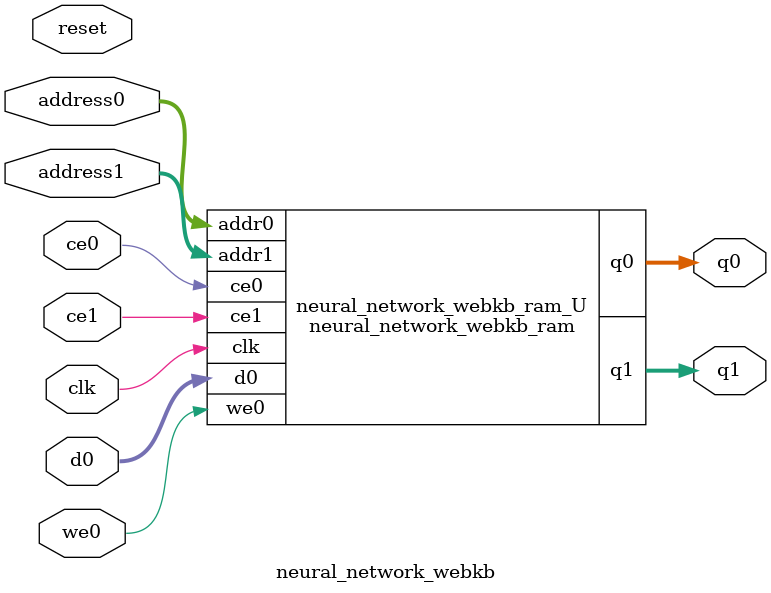
<source format=v>

`timescale 1 ns / 1 ps
module neural_network_webkb_ram (addr0, ce0, d0, we0, q0, addr1, ce1, q1,  clk);

parameter DWIDTH = 8;
parameter AWIDTH = 9;
parameter MEM_SIZE = 512;

input[AWIDTH-1:0] addr0;
input ce0;
input[DWIDTH-1:0] d0;
input we0;
output wire[DWIDTH-1:0] q0;
input[AWIDTH-1:0] addr1;
input ce1;
output wire[DWIDTH-1:0] q1;
input clk;

(* ram_style = "block" *)reg [DWIDTH-1:0] ram[0:MEM_SIZE-1];
reg [DWIDTH-1:0] q0_t0;
reg [DWIDTH-1:0] q0_t1;
reg [DWIDTH-1:0] q1_t0;
reg [DWIDTH-1:0] q1_t1;


assign q0 = q0_t1;
assign q1 = q1_t1;

always @(posedge clk)  
begin
    if (ce0) 
    begin
        q0_t1 <= q0_t0;
    end
    if (ce1) 
    begin
        q1_t1 <= q1_t0;
    end
end


always @(posedge clk)  
begin 
    if (ce0) 
    begin
        if (we0) 
        begin 
            ram[addr0] <= d0; 
            q0_t0 <= d0;
        end 
        else 
            q0_t0 <= ram[addr0];
    end
end


always @(posedge clk)  
begin 
    if (ce1) 
    begin
            q1_t0 <= ram[addr1];
    end
end


endmodule


`timescale 1 ns / 1 ps
module neural_network_webkb(
    reset,
    clk,
    address0,
    ce0,
    we0,
    d0,
    q0,
    address1,
    ce1,
    q1);

parameter DataWidth = 32'd8;
parameter AddressRange = 32'd512;
parameter AddressWidth = 32'd9;
input reset;
input clk;
input[AddressWidth - 1:0] address0;
input ce0;
input we0;
input[DataWidth - 1:0] d0;
output[DataWidth - 1:0] q0;
input[AddressWidth - 1:0] address1;
input ce1;
output[DataWidth - 1:0] q1;



neural_network_webkb_ram neural_network_webkb_ram_U(
    .clk( clk ),
    .addr0( address0 ),
    .ce0( ce0 ),
    .d0( d0 ),
    .we0( we0 ),
    .q0( q0 ),
    .addr1( address1 ),
    .ce1( ce1 ),
    .q1( q1 ));

endmodule


</source>
